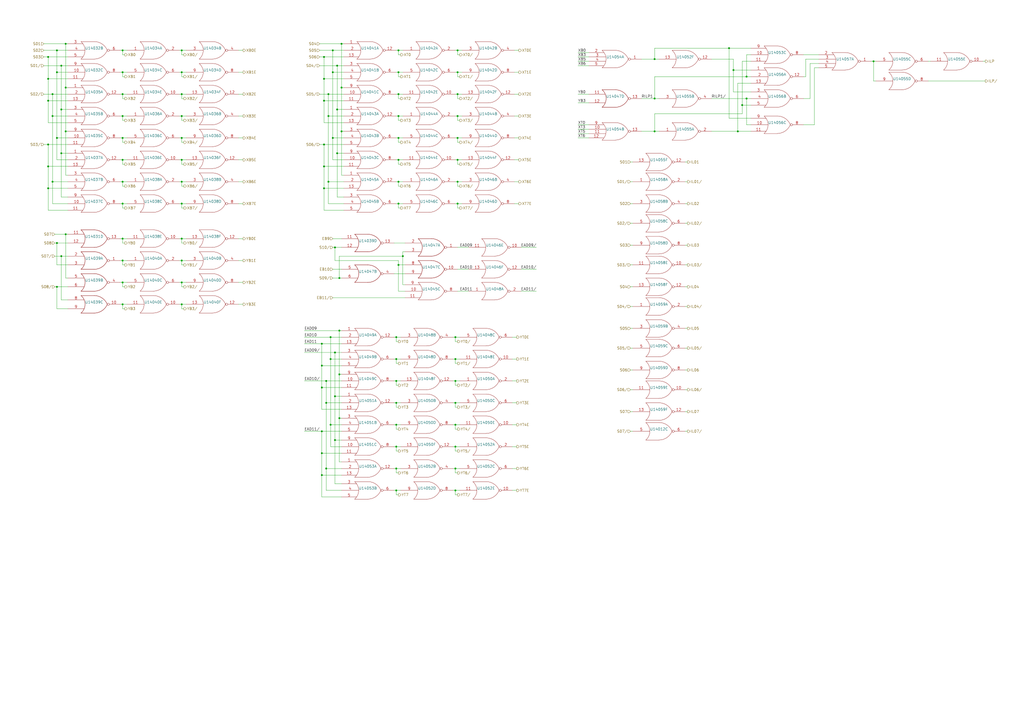
<source format=kicad_sch>
(kicad_sch (version 20211123) (generator eeschema)
  (paper "A2")
  (junction (at 229.87 195.58))
  (junction (at 229.87 246.38))
  (junction (at 33.02 41.91))
  (junction (at 105.41 151.13))
  (junction (at 33.02 29.21))
  (junction (at 27.94 83.82))
  (junction (at 264.16 284.48))
  (junction (at 191.77 195.58))
  (junction (at 71.12 41.91))
  (junction (at 195.58 63.5))
  (junction (at 187.96 45.72))
  (junction (at 27.94 109.22))
  (junction (at 231.14 118.11))
  (junction (at 189.23 233.68))
  (junction (at 264.16 220.98))
  (junction (at 264.16 246.38))
  (junction (at 27.94 96.52))
  (junction (at 229.87 271.78))
  (junction (at 38.1 135.89))
  (junction (at 186.69 262.89))
  (junction (at 265.43 41.91))
  (junction (at 71.12 29.21))
  (junction (at 193.04 41.91))
  (junction (at 105.41 118.11))
  (junction (at 265.43 54.61))
  (junction (at 189.23 271.78))
  (junction (at 187.96 58.42))
  (junction (at 33.02 140.97))
  (junction (at 231.14 41.91))
  (junction (at 191.77 208.28))
  (junction (at 231.14 105.41))
  (junction (at 105.41 92.71))
  (junction (at 71.12 163.83))
  (junction (at 379.73 76.2))
  (junction (at 190.5 54.61))
  (junction (at 422.91 27.94))
  (junction (at 30.48 105.41))
  (junction (at 425.45 40.64))
  (junction (at 231.14 67.31))
  (junction (at 71.12 118.11))
  (junction (at 265.43 92.71))
  (junction (at 193.04 29.21))
  (junction (at 433.07 44.45))
  (junction (at 264.16 195.58))
  (junction (at 190.5 105.41))
  (junction (at 71.12 176.53))
  (junction (at 229.87 233.68))
  (junction (at 71.12 80.01))
  (junction (at 105.41 67.31))
  (junction (at 379.73 57.15))
  (junction (at 229.87 220.98))
  (junction (at 196.85 217.17))
  (junction (at 105.41 105.41))
  (junction (at 105.41 138.43))
  (junction (at 105.41 163.83))
  (junction (at 105.41 54.61))
  (junction (at 30.48 54.61))
  (junction (at 198.12 25.4))
  (junction (at 194.31 204.47))
  (junction (at 38.1 50.8))
  (junction (at 105.41 41.91))
  (junction (at 35.56 63.5))
  (junction (at 71.12 138.43))
  (junction (at 265.43 67.31))
  (junction (at 231.14 54.61))
  (junction (at 264.16 208.28))
  (junction (at 430.53 60.96))
  (junction (at 265.43 118.11))
  (junction (at 265.43 80.01))
  (junction (at 71.12 54.61))
  (junction (at 33.02 80.01))
  (junction (at 105.41 29.21))
  (junction (at 71.12 105.41))
  (junction (at 71.12 151.13))
  (junction (at 38.1 25.4))
  (junction (at 105.41 80.01))
  (junction (at 187.96 109.22))
  (junction (at 35.56 38.1))
  (junction (at 186.69 212.09))
  (junction (at 229.87 259.08))
  (junction (at 33.02 166.37))
  (junction (at 194.31 255.27))
  (junction (at 264.16 271.78))
  (junction (at 195.58 38.1))
  (junction (at 233.68 148.59))
  (junction (at 187.96 96.52))
  (junction (at 71.12 92.71))
  (junction (at 198.12 76.2))
  (junction (at 229.87 208.28))
  (junction (at 27.94 58.42))
  (junction (at 193.04 80.01))
  (junction (at 27.94 33.02))
  (junction (at 264.16 233.68))
  (junction (at 190.5 67.31))
  (junction (at 186.69 275.59))
  (junction (at 433.07 57.15))
  (junction (at 186.69 250.19))
  (junction (at 30.48 67.31))
  (junction (at 71.12 67.31))
  (junction (at 379.73 34.29))
  (junction (at 38.1 76.2))
  (junction (at 231.14 153.67))
  (junction (at 427.99 76.2))
  (junction (at 194.31 229.87))
  (junction (at 196.85 161.29))
  (junction (at 506.73 35.56))
  (junction (at 231.14 29.21))
  (junction (at 265.43 105.41))
  (junction (at 194.31 143.51))
  (junction (at 196.85 242.57))
  (junction (at 35.56 88.9))
  (junction (at 231.14 80.01))
  (junction (at 186.69 224.79))
  (junction (at 186.69 199.39))
  (junction (at 195.58 88.9))
  (junction (at 187.96 83.82))
  (junction (at 229.87 284.48))
  (junction (at 27.94 45.72))
  (junction (at 265.43 29.21))
  (junction (at 198.12 50.8))
  (junction (at 187.96 33.02))
  (junction (at 191.77 246.38))
  (junction (at 105.41 176.53))
  (junction (at 264.16 259.08))
  (junction (at 231.14 92.71))
  (junction (at 189.23 220.98))
  (junction (at 35.56 148.59))
  (junction (at 196.85 191.77))
  (wire (pts (xy 231.14 118.11) (xy 233.68 118.11)))
  (wire (pts (xy 196.85 148.59) (xy 233.68 148.59)))
  (wire (pts (xy 302.26 168.91) (xy 311.15 168.91)))
  (wire (pts (xy 341.63 38.1) (xy 335.28 38.1)))
  (wire (pts (xy 367.03 142.24) (xy 365.76 142.24)))
  (wire (pts (xy 71.12 120.65) (xy 72.39 120.65)))
  (wire (pts (xy 31.75 166.37) (xy 33.02 166.37)))
  (wire (pts (xy 506.73 46.99) (xy 508 46.99)))
  (wire (pts (xy 264.16 220.98) (xy 266.7 220.98)))
  (wire (pts (xy 138.43 54.61) (xy 140.97 54.61)))
  (wire (pts (xy 264.16 248.92) (xy 265.43 248.92)))
  (wire (pts (xy 229.87 271.78) (xy 232.41 271.78)))
  (wire (pts (xy 228.6 284.48) (xy 229.87 284.48)))
  (wire (pts (xy 198.12 50.8) (xy 199.39 50.8)))
  (wire (pts (xy 33.02 92.71) (xy 39.37 92.71)))
  (wire (pts (xy 228.6 195.58) (xy 229.87 195.58)))
  (wire (pts (xy 341.63 54.61) (xy 335.28 54.61)))
  (wire (pts (xy 190.5 118.11) (xy 199.39 118.11)))
  (wire (pts (xy 187.96 33.02) (xy 199.39 33.02)))
  (wire (pts (xy 265.43 54.61) (xy 265.43 57.15)))
  (wire (pts (xy 297.18 259.08) (xy 299.72 259.08)))
  (wire (pts (xy 193.04 143.51) (xy 194.31 143.51)))
  (wire (pts (xy 229.87 118.11) (xy 231.14 118.11)))
  (wire (pts (xy 433.07 44.45) (xy 435.61 44.45)))
  (wire (pts (xy 193.04 41.91) (xy 199.39 41.91)))
  (wire (pts (xy 231.14 153.67) (xy 234.95 153.67)))
  (wire (pts (xy 71.12 163.83) (xy 73.66 163.83)))
  (wire (pts (xy 193.04 29.21) (xy 199.39 29.21)))
  (wire (pts (xy 71.12 31.75) (xy 72.39 31.75)))
  (wire (pts (xy 176.53 191.77) (xy 196.85 191.77)))
  (wire (pts (xy 104.14 92.71) (xy 105.41 92.71)))
  (wire (pts (xy 105.41 120.65) (xy 106.68 120.65)))
  (wire (pts (xy 194.31 204.47) (xy 194.31 229.87)))
  (wire (pts (xy 379.73 66.04) (xy 430.53 66.04)))
  (wire (pts (xy 194.31 229.87) (xy 198.12 229.87)))
  (wire (pts (xy 185.42 83.82) (xy 187.96 83.82)))
  (wire (pts (xy 35.56 88.9) (xy 39.37 88.9)))
  (wire (pts (xy 397.51 93.98) (xy 398.78 93.98)))
  (wire (pts (xy 69.85 176.53) (xy 71.12 176.53)))
  (wire (pts (xy 231.14 92.71) (xy 233.68 92.71)))
  (wire (pts (xy 138.43 67.31) (xy 140.97 67.31)))
  (wire (pts (xy 397.51 153.67) (xy 398.78 153.67)))
  (wire (pts (xy 231.14 41.91) (xy 231.14 44.45)))
  (wire (pts (xy 229.87 220.98) (xy 229.87 223.52)))
  (wire (pts (xy 265.43 120.65) (xy 266.7 120.65)))
  (wire (pts (xy 229.87 67.31) (xy 231.14 67.31)))
  (wire (pts (xy 397.51 238.76) (xy 398.78 238.76)))
  (wire (pts (xy 71.12 80.01) (xy 73.66 80.01)))
  (wire (pts (xy 229.87 284.48) (xy 229.87 287.02)))
  (wire (pts (xy 30.48 105.41) (xy 30.48 118.11)))
  (wire (pts (xy 271.78 143.51) (xy 265.43 143.51)))
  (wire (pts (xy 105.41 80.01) (xy 107.95 80.01)))
  (wire (pts (xy 341.63 59.69) (xy 335.28 59.69)))
  (wire (pts (xy 570.23 35.56) (xy 571.5 35.56)))
  (wire (pts (xy 538.48 35.56) (xy 539.75 35.56)))
  (wire (pts (xy 194.31 151.13) (xy 231.14 151.13)))
  (wire (pts (xy 297.18 208.28) (xy 299.72 208.28)))
  (wire (pts (xy 105.41 29.21) (xy 107.95 29.21)))
  (wire (pts (xy 186.69 275.59) (xy 186.69 288.29)))
  (wire (pts (xy 105.41 151.13) (xy 107.95 151.13)))
  (wire (pts (xy 27.94 83.82) (xy 39.37 83.82)))
  (wire (pts (xy 105.41 166.37) (xy 106.68 166.37)))
  (wire (pts (xy 367.03 214.63) (xy 365.76 214.63)))
  (wire (pts (xy 229.87 208.28) (xy 229.87 210.82)))
  (wire (pts (xy 298.45 67.31) (xy 300.99 67.31)))
  (wire (pts (xy 198.12 25.4) (xy 199.39 25.4)))
  (wire (pts (xy 264.16 67.31) (xy 265.43 67.31)))
  (wire (pts (xy 27.94 45.72) (xy 39.37 45.72)))
  (wire (pts (xy 231.14 95.25) (xy 232.41 95.25)))
  (wire (pts (xy 25.4 25.4) (xy 38.1 25.4)))
  (wire (pts (xy 433.07 57.15) (xy 435.61 57.15)))
  (wire (pts (xy 33.02 29.21) (xy 39.37 29.21)))
  (wire (pts (xy 264.16 246.38) (xy 264.16 248.92)))
  (wire (pts (xy 38.1 25.4) (xy 38.1 50.8)))
  (wire (pts (xy 231.14 29.21) (xy 231.14 31.75)))
  (wire (pts (xy 69.85 92.71) (xy 71.12 92.71)))
  (wire (pts (xy 27.94 109.22) (xy 27.94 121.92)))
  (wire (pts (xy 379.73 34.29) (xy 382.27 34.29)))
  (wire (pts (xy 104.14 67.31) (xy 105.41 67.31)))
  (wire (pts (xy 198.12 76.2) (xy 199.39 76.2)))
  (wire (pts (xy 27.94 96.52) (xy 27.94 109.22)))
  (wire (pts (xy 198.12 101.6) (xy 199.39 101.6)))
  (wire (pts (xy 38.1 50.8) (xy 39.37 50.8)))
  (wire (pts (xy 262.89 259.08) (xy 264.16 259.08)))
  (wire (pts (xy 187.96 109.22) (xy 187.96 121.92)))
  (wire (pts (xy 71.12 67.31) (xy 73.66 67.31)))
  (wire (pts (xy 186.69 199.39) (xy 186.69 212.09)))
  (wire (pts (xy 231.14 105.41) (xy 231.14 107.95)))
  (wire (pts (xy 228.6 259.08) (xy 229.87 259.08)))
  (wire (pts (xy 264.16 271.78) (xy 266.7 271.78)))
  (wire (pts (xy 187.96 83.82) (xy 187.96 96.52)))
  (wire (pts (xy 33.02 166.37) (xy 33.02 179.07)))
  (wire (pts (xy 69.85 151.13) (xy 71.12 151.13)))
  (wire (pts (xy 71.12 54.61) (xy 73.66 54.61)))
  (wire (pts (xy 265.43 57.15) (xy 266.7 57.15)))
  (wire (pts (xy 71.12 105.41) (xy 73.66 105.41)))
  (wire (pts (xy 71.12 138.43) (xy 71.12 140.97)))
  (wire (pts (xy 302.26 143.51) (xy 311.15 143.51)))
  (wire (pts (xy 229.87 284.48) (xy 232.41 284.48)))
  (wire (pts (xy 105.41 138.43) (xy 105.41 140.97)))
  (wire (pts (xy 194.31 229.87) (xy 194.31 255.27)))
  (wire (pts (xy 35.56 38.1) (xy 39.37 38.1)))
  (wire (pts (xy 367.03 226.06) (xy 365.76 226.06)))
  (wire (pts (xy 30.48 67.31) (xy 39.37 67.31)))
  (wire (pts (xy 194.31 143.51) (xy 198.12 143.51)))
  (wire (pts (xy 425.45 34.29) (xy 425.45 40.64)))
  (wire (pts (xy 397.51 142.24) (xy 398.78 142.24)))
  (wire (pts (xy 264.16 274.32) (xy 265.43 274.32)))
  (wire (pts (xy 187.96 45.72) (xy 187.96 58.42)))
  (wire (pts (xy 265.43 107.95) (xy 266.7 107.95)))
  (wire (pts (xy 38.1 101.6) (xy 39.37 101.6)))
  (wire (pts (xy 105.41 41.91) (xy 105.41 44.45)))
  (wire (pts (xy 71.12 163.83) (xy 71.12 166.37)))
  (wire (pts (xy 265.43 118.11) (xy 265.43 120.65)))
  (wire (pts (xy 71.12 153.67) (xy 72.39 153.67)))
  (wire (pts (xy 196.85 242.57) (xy 196.85 267.97)))
  (wire (pts (xy 33.02 166.37) (xy 39.37 166.37)))
  (wire (pts (xy 397.51 177.8) (xy 398.78 177.8)))
  (wire (pts (xy 35.56 114.3) (xy 39.37 114.3)))
  (wire (pts (xy 264.16 223.52) (xy 265.43 223.52)))
  (wire (pts (xy 138.43 138.43) (xy 140.97 138.43)))
  (wire (pts (xy 194.31 204.47) (xy 198.12 204.47)))
  (wire (pts (xy 186.69 224.79) (xy 186.69 237.49)))
  (wire (pts (xy 27.94 121.92) (xy 39.37 121.92)))
  (wire (pts (xy 27.94 58.42) (xy 27.94 71.12)))
  (wire (pts (xy 105.41 140.97) (xy 106.68 140.97)))
  (wire (pts (xy 228.6 158.75) (xy 234.95 158.75)))
  (wire (pts (xy 104.14 105.41) (xy 105.41 105.41)))
  (wire (pts (xy 379.73 76.2) (xy 379.73 66.04)))
  (wire (pts (xy 265.43 31.75) (xy 266.7 31.75)))
  (wire (pts (xy 231.14 120.65) (xy 232.41 120.65)))
  (wire (pts (xy 198.12 25.4) (xy 198.12 50.8)))
  (wire (pts (xy 25.4 33.02) (xy 27.94 33.02)))
  (wire (pts (xy 35.56 148.59) (xy 39.37 148.59)))
  (wire (pts (xy 297.18 246.38) (xy 299.72 246.38)))
  (wire (pts (xy 191.77 195.58) (xy 191.77 208.28)))
  (wire (pts (xy 228.6 140.97) (xy 234.95 140.97)))
  (wire (pts (xy 195.58 88.9) (xy 195.58 114.3)))
  (wire (pts (xy 105.41 107.95) (xy 106.68 107.95)))
  (wire (pts (xy 71.12 151.13) (xy 73.66 151.13)))
  (wire (pts (xy 69.85 29.21) (xy 71.12 29.21)))
  (wire (pts (xy 264.16 284.48) (xy 266.7 284.48)))
  (wire (pts (xy 71.12 118.11) (xy 73.66 118.11)))
  (wire (pts (xy 193.04 92.71) (xy 199.39 92.71)))
  (wire (pts (xy 229.87 208.28) (xy 232.41 208.28)))
  (wire (pts (xy 71.12 118.11) (xy 71.12 120.65)))
  (wire (pts (xy 35.56 63.5) (xy 35.56 88.9)))
  (wire (pts (xy 186.69 275.59) (xy 198.12 275.59)))
  (wire (pts (xy 262.89 220.98) (xy 264.16 220.98)))
  (wire (pts (xy 231.14 118.11) (xy 231.14 120.65)))
  (wire (pts (xy 193.04 29.21) (xy 193.04 41.91)))
  (wire (pts (xy 35.56 88.9) (xy 35.56 114.3)))
  (wire (pts (xy 185.42 25.4) (xy 198.12 25.4)))
  (wire (pts (xy 71.12 92.71) (xy 73.66 92.71)))
  (wire (pts (xy 69.85 163.83) (xy 71.12 163.83)))
  (wire (pts (xy 69.85 41.91) (xy 71.12 41.91)))
  (wire (pts (xy 186.69 237.49) (xy 198.12 237.49)))
  (wire (pts (xy 27.94 71.12) (xy 39.37 71.12)))
  (wire (pts (xy 264.16 41.91) (xy 265.43 41.91)))
  (wire (pts (xy 191.77 246.38) (xy 198.12 246.38)))
  (wire (pts (xy 433.07 72.39) (xy 435.61 72.39)))
  (wire (pts (xy 298.45 80.01) (xy 300.99 80.01)))
  (wire (pts (xy 435.61 60.96) (xy 430.53 60.96)))
  (wire (pts (xy 367.03 118.11) (xy 365.76 118.11)))
  (wire (pts (xy 25.4 83.82) (xy 27.94 83.82)))
  (wire (pts (xy 341.63 77.47) (xy 335.28 77.47)))
  (wire (pts (xy 379.73 76.2) (xy 382.27 76.2)))
  (wire (pts (xy 430.53 60.96) (xy 430.53 35.56)))
  (wire (pts (xy 138.43 118.11) (xy 140.97 118.11)))
  (wire (pts (xy 31.75 148.59) (xy 35.56 148.59)))
  (wire (pts (xy 228.6 271.78) (xy 229.87 271.78)))
  (wire (pts (xy 264.16 261.62) (xy 265.43 261.62)))
  (wire (pts (xy 190.5 54.61) (xy 199.39 54.61)))
  (wire (pts (xy 265.43 41.91) (xy 265.43 44.45)))
  (wire (pts (xy 35.56 38.1) (xy 35.56 63.5)))
  (wire (pts (xy 506.73 35.56) (xy 506.73 46.99)))
  (wire (pts (xy 38.1 161.29) (xy 39.37 161.29)))
  (wire (pts (xy 264.16 105.41) (xy 265.43 105.41)))
  (wire (pts (xy 30.48 105.41) (xy 39.37 105.41)))
  (wire (pts (xy 341.63 74.93) (xy 335.28 74.93)))
  (wire (pts (xy 195.58 63.5) (xy 195.58 88.9)))
  (wire (pts (xy 105.41 179.07) (xy 106.68 179.07)))
  (wire (pts (xy 469.9 36.83) (xy 474.98 36.83)))
  (wire (pts (xy 379.73 34.29) (xy 379.73 27.94)))
  (wire (pts (xy 265.43 54.61) (xy 267.97 54.61)))
  (wire (pts (xy 264.16 80.01) (xy 265.43 80.01)))
  (wire (pts (xy 264.16 208.28) (xy 264.16 210.82)))
  (wire (pts (xy 176.53 195.58) (xy 191.77 195.58)))
  (wire (pts (xy 189.23 220.98) (xy 198.12 220.98)))
  (wire (pts (xy 262.89 233.68) (xy 264.16 233.68)))
  (wire (pts (xy 412.75 57.15) (xy 433.07 57.15)))
  (wire (pts (xy 231.14 57.15) (xy 232.41 57.15)))
  (wire (pts (xy 191.77 259.08) (xy 198.12 259.08)))
  (wire (pts (xy 367.03 250.19) (xy 365.76 250.19)))
  (wire (pts (xy 191.77 208.28) (xy 198.12 208.28)))
  (wire (pts (xy 264.16 118.11) (xy 265.43 118.11)))
  (wire (pts (xy 297.18 233.68) (xy 299.72 233.68)))
  (wire (pts (xy 367.03 166.37) (xy 365.76 166.37)))
  (wire (pts (xy 196.85 161.29) (xy 198.12 161.29)))
  (wire (pts (xy 231.14 29.21) (xy 233.68 29.21)))
  (wire (pts (xy 298.45 118.11) (xy 300.99 118.11)))
  (wire (pts (xy 187.96 33.02) (xy 187.96 45.72)))
  (wire (pts (xy 194.31 143.51) (xy 194.31 151.13)))
  (wire (pts (xy 138.43 163.83) (xy 140.97 163.83)))
  (wire (pts (xy 71.12 107.95) (xy 72.39 107.95)))
  (wire (pts (xy 196.85 217.17) (xy 196.85 242.57)))
  (wire (pts (xy 38.1 76.2) (xy 39.37 76.2)))
  (wire (pts (xy 412.75 76.2) (xy 427.99 76.2)))
  (wire (pts (xy 433.07 31.75) (xy 433.07 44.45)))
  (wire (pts (xy 195.58 88.9) (xy 199.39 88.9)))
  (wire (pts (xy 190.5 67.31) (xy 199.39 67.31)))
  (wire (pts (xy 30.48 67.31) (xy 30.48 105.41)))
  (wire (pts (xy 30.48 118.11) (xy 39.37 118.11)))
  (wire (pts (xy 367.03 93.98) (xy 365.76 93.98)))
  (wire (pts (xy 193.04 80.01) (xy 193.04 92.71)))
  (wire (pts (xy 297.18 271.78) (xy 299.72 271.78)))
  (wire (pts (xy 265.43 105.41) (xy 265.43 107.95)))
  (wire (pts (xy 187.96 71.12) (xy 199.39 71.12)))
  (wire (pts (xy 233.68 148.59) (xy 233.68 165.1)))
  (wire (pts (xy 229.87 233.68) (xy 232.41 233.68)))
  (wire (pts (xy 229.87 198.12) (xy 231.14 198.12)))
  (wire (pts (xy 186.69 250.19) (xy 198.12 250.19)))
  (wire (pts (xy 231.14 82.55) (xy 232.41 82.55)))
  (wire (pts (xy 187.96 96.52) (xy 199.39 96.52)))
  (wire (pts (xy 35.56 63.5) (xy 39.37 63.5)))
  (wire (pts (xy 71.12 29.21) (xy 73.66 29.21)))
  (wire (pts (xy 427.99 76.2) (xy 435.61 76.2)))
  (wire (pts (xy 265.43 95.25) (xy 266.7 95.25)))
  (wire (pts (xy 372.11 34.29) (xy 379.73 34.29)))
  (wire (pts (xy 71.12 140.97) (xy 72.39 140.97)))
  (wire (pts (xy 194.31 255.27) (xy 198.12 255.27)))
  (wire (pts (xy 187.96 58.42) (xy 187.96 71.12)))
  (wire (pts (xy 189.23 233.68) (xy 198.12 233.68)))
  (wire (pts (xy 186.69 262.89) (xy 186.69 275.59)))
  (wire (pts (xy 229.87 246.38) (xy 232.41 246.38)))
  (wire (pts (xy 71.12 69.85) (xy 72.39 69.85)))
  (wire (pts (xy 229.87 274.32) (xy 231.14 274.32)))
  (wire (pts (xy 194.31 280.67) (xy 198.12 280.67)))
  (wire (pts (xy 69.85 80.01) (xy 71.12 80.01)))
  (wire (pts (xy 425.45 53.34) (xy 435.61 53.34)))
  (wire (pts (xy 397.51 190.5) (xy 398.78 190.5)))
  (wire (pts (xy 425.45 40.64) (xy 435.61 40.64)))
  (wire (pts (xy 69.85 67.31) (xy 71.12 67.31)))
  (wire (pts (xy 196.85 161.29) (xy 196.85 148.59)))
  (wire (pts (xy 33.02 140.97) (xy 39.37 140.97)))
  (wire (pts (xy 233.68 165.1) (xy 234.95 165.1)))
  (wire (pts (xy 341.63 30.48) (xy 335.28 30.48)))
  (wire (pts (xy 228.6 233.68) (xy 229.87 233.68)))
  (wire (pts (xy 105.41 153.67) (xy 106.68 153.67)))
  (wire (pts (xy 341.63 35.56) (xy 335.28 35.56)))
  (wire (pts (xy 198.12 50.8) (xy 198.12 76.2)))
  (wire (pts (xy 229.87 248.92) (xy 231.14 248.92)))
  (wire (pts (xy 264.16 208.28) (xy 266.7 208.28)))
  (wire (pts (xy 231.14 105.41) (xy 233.68 105.41)))
  (wire (pts (xy 264.16 198.12) (xy 265.43 198.12)))
  (wire (pts (xy 231.14 44.45) (xy 232.41 44.45)))
  (wire (pts (xy 430.53 66.04) (xy 430.53 60.96)))
  (wire (pts (xy 71.12 95.25) (xy 72.39 95.25)))
  (wire (pts (xy 105.41 44.45) (xy 106.68 44.45)))
  (wire (pts (xy 298.45 29.21) (xy 300.99 29.21)))
  (wire (pts (xy 105.41 118.11) (xy 105.41 120.65)))
  (wire (pts (xy 33.02 179.07) (xy 39.37 179.07)))
  (wire (pts (xy 196.85 217.17) (xy 198.12 217.17)))
  (wire (pts (xy 104.14 41.91) (xy 105.41 41.91)))
  (wire (pts (xy 105.41 57.15) (xy 106.68 57.15)))
  (wire (pts (xy 264.16 259.08) (xy 266.7 259.08)))
  (wire (pts (xy 231.14 31.75) (xy 232.41 31.75)))
  (wire (pts (xy 69.85 105.41) (xy 71.12 105.41)))
  (wire (pts (xy 231.14 67.31) (xy 233.68 67.31)))
  (wire (pts (xy 265.43 80.01) (xy 267.97 80.01)))
  (wire (pts (xy 30.48 54.61) (xy 39.37 54.61)))
  (wire (pts (xy 231.14 41.91) (xy 233.68 41.91)))
  (wire (pts (xy 71.12 29.21) (xy 71.12 31.75)))
  (wire (pts (xy 195.58 63.5) (xy 199.39 63.5)))
  (wire (pts (xy 379.73 57.15) (xy 379.73 44.45)))
  (wire (pts (xy 265.43 41.91) (xy 267.97 41.91)))
  (wire (pts (xy 104.14 54.61) (xy 105.41 54.61)))
  (wire (pts (xy 265.43 67.31) (xy 265.43 69.85)))
  (wire (pts (xy 105.41 138.43) (xy 107.95 138.43)))
  (wire (pts (xy 185.42 29.21) (xy 193.04 29.21)))
  (wire (pts (xy 265.43 44.45) (xy 266.7 44.45)))
  (wire (pts (xy 231.14 107.95) (xy 232.41 107.95)))
  (wire (pts (xy 265.43 29.21) (xy 267.97 29.21)))
  (wire (pts (xy 298.45 41.91) (xy 300.99 41.91)))
  (wire (pts (xy 105.41 118.11) (xy 107.95 118.11)))
  (wire (pts (xy 105.41 151.13) (xy 105.41 153.67)))
  (wire (pts (xy 185.42 33.02) (xy 187.96 33.02)))
  (wire (pts (xy 105.41 92.71) (xy 107.95 92.71)))
  (wire (pts (xy 228.6 208.28) (xy 229.87 208.28)))
  (wire (pts (xy 264.16 271.78) (xy 264.16 274.32)))
  (wire (pts (xy 193.04 156.21) (xy 198.12 156.21)))
  (wire (pts (xy 38.1 25.4) (xy 39.37 25.4)))
  (wire (pts (xy 469.9 57.15) (xy 469.9 36.83)))
  (wire (pts (xy 265.43 29.21) (xy 265.43 31.75)))
  (wire (pts (xy 229.87 41.91) (xy 231.14 41.91)))
  (wire (pts (xy 231.14 153.67) (xy 231.14 168.91)))
  (wire (pts (xy 433.07 57.15) (xy 433.07 72.39)))
  (wire (pts (xy 71.12 41.91) (xy 71.12 44.45)))
  (wire (pts (xy 187.96 83.82) (xy 199.39 83.82)))
  (wire (pts (xy 397.51 214.63) (xy 398.78 214.63)))
  (wire (pts (xy 467.36 44.45) (xy 467.36 34.29)))
  (wire (pts (xy 189.23 284.48) (xy 198.12 284.48)))
  (wire (pts (xy 27.94 58.42) (xy 39.37 58.42)))
  (wire (pts (xy 231.14 67.31) (xy 231.14 69.85)))
  (wire (pts (xy 265.43 69.85) (xy 266.7 69.85)))
  (wire (pts (xy 229.87 261.62) (xy 231.14 261.62)))
  (wire (pts (xy 190.5 54.61) (xy 190.5 67.31)))
  (wire (pts (xy 425.45 40.64) (xy 425.45 53.34)))
  (wire (pts (xy 422.91 68.58) (xy 435.61 68.58)))
  (wire (pts (xy 264.16 246.38) (xy 266.7 246.38)))
  (wire (pts (xy 264.16 287.02) (xy 265.43 287.02)))
  (wire (pts (xy 422.91 27.94) (xy 435.61 27.94)))
  (wire (pts (xy 104.14 29.21) (xy 105.41 29.21)))
  (wire (pts (xy 229.87 233.68) (xy 229.87 236.22)))
  (wire (pts (xy 138.43 29.21) (xy 140.97 29.21)))
  (wire (pts (xy 367.03 153.67) (xy 365.76 153.67)))
  (wire (pts (xy 71.12 92.71) (xy 71.12 95.25)))
  (wire (pts (xy 379.73 44.45) (xy 433.07 44.45)))
  (wire (pts (xy 190.5 105.41) (xy 190.5 118.11)))
  (wire (pts (xy 506.73 35.56) (xy 508 35.56)))
  (wire (pts (xy 397.51 226.06) (xy 398.78 226.06)))
  (wire (pts (xy 71.12 44.45) (xy 72.39 44.45)))
  (wire (pts (xy 264.16 233.68) (xy 264.16 236.22)))
  (wire (pts (xy 71.12 179.07) (xy 72.39 179.07)))
  (wire (pts (xy 264.16 29.21) (xy 265.43 29.21)))
  (wire (pts (xy 231.14 92.71) (xy 231.14 95.25)))
  (wire (pts (xy 104.14 118.11) (xy 105.41 118.11)))
  (wire (pts (xy 196.85 267.97) (xy 198.12 267.97)))
  (wire (pts (xy 196.85 191.77) (xy 196.85 217.17)))
  (wire (pts (xy 193.04 161.29) (xy 196.85 161.29)))
  (wire (pts (xy 33.02 80.01) (xy 33.02 92.71)))
  (wire (pts (xy 191.77 246.38) (xy 191.77 259.08)))
  (wire (pts (xy 422.91 27.94) (xy 422.91 68.58)))
  (wire (pts (xy 138.43 92.71) (xy 140.97 92.71)))
  (wire (pts (xy 229.87 210.82) (xy 231.14 210.82)))
  (wire (pts (xy 231.14 54.61) (xy 231.14 57.15)))
  (wire (pts (xy 104.14 80.01) (xy 105.41 80.01)))
  (wire (pts (xy 105.41 176.53) (xy 107.95 176.53)))
  (wire (pts (xy 25.4 54.61) (xy 30.48 54.61)))
  (wire (pts (xy 194.31 255.27) (xy 194.31 280.67)))
  (wire (pts (xy 33.02 41.91) (xy 33.02 80.01)))
  (wire (pts (xy 298.45 54.61) (xy 300.99 54.61)))
  (wire (pts (xy 186.69 212.09) (xy 186.69 224.79)))
  (wire (pts (xy 196.85 242.57) (xy 198.12 242.57)))
  (wire (pts (xy 231.14 54.61) (xy 233.68 54.61)))
  (wire (pts (xy 71.12 57.15) (xy 72.39 57.15)))
  (wire (pts (xy 367.03 129.54) (xy 365.76 129.54)))
  (wire (pts (xy 229.87 236.22) (xy 231.14 236.22)))
  (wire (pts (xy 71.12 82.55) (xy 72.39 82.55)))
  (wire (pts (xy 271.78 156.21) (xy 265.43 156.21)))
  (wire (pts (xy 105.41 92.71) (xy 105.41 95.25)))
  (wire (pts (xy 430.53 35.56) (xy 435.61 35.56)))
  (wire (pts (xy 264.16 236.22) (xy 265.43 236.22)))
  (wire (pts (xy 341.63 33.02) (xy 335.28 33.02)))
  (wire (pts (xy 265.43 92.71) (xy 265.43 95.25)))
  (wire (pts (xy 27.94 33.02) (xy 27.94 45.72)))
  (wire (pts (xy 262.89 284.48) (xy 264.16 284.48)))
  (wire (pts (xy 472.44 39.37) (xy 474.98 39.37)))
  (wire (pts (xy 229.87 80.01) (xy 231.14 80.01)))
  (wire (pts (xy 33.02 153.67) (xy 39.37 153.67)))
  (wire (pts (xy 379.73 57.15) (xy 382.27 57.15)))
  (wire (pts (xy 233.68 146.05) (xy 234.95 146.05)))
  (wire (pts (xy 105.41 67.31) (xy 105.41 69.85)))
  (wire (pts (xy 264.16 195.58) (xy 266.7 195.58)))
  (wire (pts (xy 298.45 92.71) (xy 300.99 92.71)))
  (wire (pts (xy 138.43 151.13) (xy 140.97 151.13)))
  (wire (pts (xy 31.75 140.97) (xy 33.02 140.97)))
  (wire (pts (xy 38.1 76.2) (xy 38.1 101.6)))
  (wire (pts (xy 185.42 38.1) (xy 195.58 38.1)))
  (wire (pts (xy 397.51 166.37) (xy 398.78 166.37)))
  (wire (pts (xy 397.51 118.11) (xy 398.78 118.11)))
  (wire (pts (xy 71.12 80.01) (xy 71.12 82.55)))
  (wire (pts (xy 71.12 166.37) (xy 72.39 166.37)))
  (wire (pts (xy 229.87 92.71) (xy 231.14 92.71)))
  (wire (pts (xy 33.02 80.01) (xy 39.37 80.01)))
  (wire (pts (xy 105.41 31.75) (xy 106.68 31.75)))
  (wire (pts (xy 466.09 31.75) (xy 474.98 31.75)))
  (wire (pts (xy 105.41 69.85) (xy 106.68 69.85)))
  (wire (pts (xy 69.85 54.61) (xy 71.12 54.61)))
  (wire (pts (xy 191.77 195.58) (xy 198.12 195.58)))
  (wire (pts (xy 187.96 45.72) (xy 199.39 45.72)))
  (wire (pts (xy 264.16 259.08) (xy 264.16 261.62)))
  (wire (pts (xy 297.18 220.98) (xy 299.72 220.98)))
  (wire (pts (xy 138.43 105.41) (xy 140.97 105.41)))
  (wire (pts (xy 264.16 92.71) (xy 265.43 92.71)))
  (wire (pts (xy 231.14 69.85) (xy 232.41 69.85)))
  (wire (pts (xy 105.41 80.01) (xy 105.41 82.55)))
  (wire (pts (xy 265.43 92.71) (xy 267.97 92.71)))
  (wire (pts (xy 33.02 41.91) (xy 39.37 41.91)))
  (wire (pts (xy 466.09 44.45) (xy 467.36 44.45)))
  (wire (pts (xy 105.41 54.61) (xy 105.41 57.15)))
  (wire (pts (xy 367.03 190.5) (xy 365.76 190.5)))
  (wire (pts (xy 397.51 250.19) (xy 398.78 250.19)))
  (wire (pts (xy 397.51 129.54) (xy 398.78 129.54)))
  (wire (pts (xy 412.75 34.29) (xy 425.45 34.29)))
  (wire (pts (xy 193.04 138.43) (xy 198.12 138.43)))
  (wire (pts (xy 25.4 29.21) (xy 33.02 29.21)))
  (wire (pts (xy 69.85 118.11) (xy 71.12 118.11)))
  (wire (pts (xy 265.43 82.55) (xy 266.7 82.55)))
  (wire (pts (xy 105.41 54.61) (xy 107.95 54.61)))
  (wire (pts (xy 231.14 168.91) (xy 234.95 168.91)))
  (wire (pts (xy 264.16 195.58) (xy 264.16 198.12)))
  (wire (pts (xy 367.03 177.8) (xy 365.76 177.8)))
  (wire (pts (xy 71.12 176.53) (xy 71.12 179.07)))
  (wire (pts (xy 105.41 163.83) (xy 107.95 163.83)))
  (wire (pts (xy 466.09 57.15) (xy 469.9 57.15)))
  (wire (pts (xy 71.12 176.53) (xy 73.66 176.53)))
  (wire (pts (xy 105.41 176.53) (xy 105.41 179.07)))
  (wire (pts (xy 176.53 204.47) (xy 194.31 204.47)))
  (wire (pts (xy 433.07 31.75) (xy 435.61 31.75)))
  (wire (pts (xy 186.69 224.79) (xy 198.12 224.79)))
  (wire (pts (xy 104.14 138.43) (xy 105.41 138.43)))
  (wire (pts (xy 466.09 72.39) (xy 472.44 72.39)))
  (wire (pts (xy 367.03 105.41) (xy 365.76 105.41)))
  (wire (pts (xy 105.41 82.55) (xy 106.68 82.55)))
  (wire (pts (xy 229.87 29.21) (xy 231.14 29.21)))
  (wire (pts (xy 27.94 45.72) (xy 27.94 58.42)))
  (wire (pts (xy 138.43 176.53) (xy 140.97 176.53)))
  (wire (pts (xy 264.16 233.68) (xy 266.7 233.68)))
  (wire (pts (xy 25.4 38.1) (xy 35.56 38.1)))
  (wire (pts (xy 229.87 259.08) (xy 232.41 259.08)))
  (wire (pts (xy 71.12 151.13) (xy 71.12 153.67)))
  (wire (pts (xy 105.41 163.83) (xy 105.41 166.37)))
  (wire (pts (xy 195.58 114.3) (xy 199.39 114.3)))
  (wire (pts (xy 262.89 208.28) (xy 264.16 208.28)))
  (wire (pts (xy 185.42 54.61) (xy 190.5 54.61)))
  (wire (pts (xy 379.73 27.94) (xy 422.91 27.94)))
  (wire (pts (xy 30.48 54.61) (xy 30.48 67.31)))
  (wire (pts (xy 397.51 201.93) (xy 398.78 201.93)))
  (wire (pts (xy 189.23 271.78) (xy 198.12 271.78)))
  (wire (pts (xy 189.23 233.68) (xy 189.23 271.78)))
  (wire (pts (xy 189.23 220.98) (xy 189.23 233.68)))
  (wire (pts (xy 33.02 140.97) (xy 33.02 153.67)))
  (wire (pts (xy 138.43 80.01) (xy 140.97 80.01)))
  (wire (pts (xy 105.41 67.31) (xy 107.95 67.31)))
  (wire (pts (xy 271.78 168.91) (xy 265.43 168.91)))
  (wire (pts (xy 176.53 250.19) (xy 186.69 250.19)))
  (wire (pts (xy 187.96 58.42) (xy 199.39 58.42)))
  (wire (pts (xy 229.87 220.98) (xy 232.41 220.98)))
  (wire (pts (xy 302.26 156.21) (xy 311.15 156.21)))
  (wire (pts (xy 229.87 246.38) (xy 229.87 248.92)))
  (wire (pts (xy 195.58 38.1) (xy 195.58 63.5)))
  (wire (pts (xy 297.18 195.58) (xy 299.72 195.58)))
  (wire (pts (xy 233.68 146.05) (xy 233.68 148.59)))
  (wire (pts (xy 186.69 199.39) (xy 198.12 199.39)))
  (wire (pts (xy 105.41 41.91) (xy 107.95 41.91)))
  (wire (pts (xy 35.56 173.99) (xy 39.37 173.99)))
  (wire (pts (xy 467.36 34.29) (xy 474.98 34.29)))
  (wire (pts (xy 196.85 191.77) (xy 198.12 191.77)))
  (wire (pts (xy 27.94 96.52) (xy 39.37 96.52)))
  (wire (pts (xy 372.11 76.2) (xy 379.73 76.2)))
  (wire (pts (xy 229.87 259.08) (xy 229.87 261.62)))
  (wire (pts (xy 186.69 250.19) (xy 186.69 262.89)))
  (wire (pts (xy 505.46 35.56) (xy 506.73 35.56)))
  (wire (pts (xy 191.77 208.28) (xy 191.77 246.38)))
  (wire (pts (xy 472.44 72.39) (xy 472.44 39.37)))
  (wire (pts (xy 27.94 83.82) (xy 27.94 96.52)))
  (wire (pts (xy 105.41 105.41) (xy 107.95 105.41)))
  (wire (pts (xy 229.87 195.58) (xy 232.41 195.58)))
  (wire (pts (xy 187.96 109.22) (xy 199.39 109.22)))
  (wire (pts (xy 105.41 95.25) (xy 106.68 95.25)))
  (wire (pts (xy 38.1 135.89) (xy 39.37 135.89)))
  (wire (pts (xy 31.75 135.89) (xy 38.1 135.89)))
  (wire (pts (xy 265.43 118.11) (xy 267.97 118.11)))
  (wire (pts (xy 187.96 121.92) (xy 199.39 121.92)))
  (wire (pts (xy 264.16 284.48) (xy 264.16 287.02)))
  (wire (pts (xy 341.63 72.39) (xy 335.28 72.39)))
  (wire (pts (xy 71.12 41.91) (xy 73.66 41.91)))
  (wire (pts (xy 229.87 105.41) (xy 231.14 105.41)))
  (wire (pts (xy 105.41 105.41) (xy 105.41 107.95)))
  (wire (pts (xy 71.12 54.61) (xy 71.12 57.15)))
  (wire (pts (xy 264.16 210.82) (xy 265.43 210.82)))
  (wire (pts (xy 341.63 80.01) (xy 335.28 80.01)))
  (wire (pts (xy 372.11 57.15) (xy 379.73 57.15)))
  (wire (pts (xy 198.12 76.2) (xy 198.12 101.6)))
  (wire (pts (xy 538.48 46.99) (xy 571.5 46.99)))
  (wire (pts (xy 231.14 80.01) (xy 231.14 82.55)))
  (wire (pts (xy 229.87 271.78) (xy 229.87 274.32)))
  (wire (pts (xy 297.18 284.48) (xy 299.72 284.48)))
  (wire (pts (xy 262.89 195.58) (xy 264.16 195.58)))
  (wire (pts (xy 104.14 176.53) (xy 105.41 176.53)))
  (wire (pts (xy 228.6 246.38) (xy 229.87 246.38)))
  (wire (pts (xy 35.56 148.59) (xy 35.56 173.99)))
  (wire (pts (xy 234.95 172.72) (xy 193.04 172.72)))
  (wire (pts (xy 187.96 96.52) (xy 187.96 109.22)))
  (wire (pts (xy 265.43 105.41) (xy 267.97 105.41)))
  (wire (pts (xy 104.14 151.13) (xy 105.41 151.13)))
  (wire (pts (xy 38.1 50.8) (xy 38.1 76.2)))
  (wire (pts (xy 186.69 262.89) (xy 198.12 262.89)))
  (wire (pts (xy 38.1 135.89) (xy 38.1 161.29)))
  (wire (pts (xy 104.14 163.83) (xy 105.41 163.83)))
  (wire (pts (xy 229.87 223.52) (xy 231.14 223.52)))
  (wire (pts (xy 27.94 109.22) (xy 39.37 109.22)))
  (wire (pts (xy 186.69 288.29) (xy 198.12 288.29)))
  (wire (pts (xy 105.41 29.21) (xy 105.41 31.75)))
  (wire (pts (xy 138.43 41.91) (xy 140.97 41.91)))
  (wire (pts (xy 195.58 38.1) (xy 199.39 38.1)))
  (wire (pts (xy 69.85 138.43) (xy 71.12 138.43)))
  (wire (pts (xy 193.04 80.01) (xy 199.39 80.01)))
  (wire (pts (xy 262.89 271.78) (xy 264.16 271.78)))
  (wire (pts (xy 33.02 29.21) (xy 33.02 41.91)))
  (wire (pts (xy 435.61 48.26) (xy 427.99 48.26)))
  (wire (pts (xy 229.87 287.02) (xy 231.14 287.02)))
  (wire (pts (xy 367.03 238.76) (xy 365.76 238.76)))
  (wire (pts (xy 367.03 201.93) (xy 365.76 201.93)))
  (wire (pts (xy 186.69 212.09) (xy 198.12 212.09)))
  (wire (pts (xy 229.87 195.58) (xy 229.87 198.12)))
  (wire (pts (xy 265.43 67.31) (xy 267.97 67.31)))
  (wire (pts (xy 262.89 246.38) (xy 264.16 246.38)))
  (wire (pts (xy 427.99 48.26) (xy 427.99 76.2)))
  (wire (pts (xy 190.5 105.41) (xy 199.39 105.41)))
  (wire (pts (xy 265.43 80.01) (xy 265.43 82.55)))
  (wire (pts (xy 264.16 220.98) (xy 264.16 223.52)))
  (wire (pts (xy 176.53 199.39) (xy 186.69 199.39)))
  (wire (pts (xy 176.53 220.98) (xy 189.23 220.98)))
  (wire (pts (xy 229.87 54.61) (xy 231.14 54.61)))
  (wire (pts (xy 71.12 67.31) (xy 71.12 69.85)))
  (wire (pts (xy 264.16 54.61) (xy 265.43 54.61)))
  (wire (pts (xy 231.14 80.01) (xy 233.68 80.01)))
  (wire (pts (xy 71.12 138.43) (xy 73.66 138.43)))
  (wire (pts (xy 190.5 67.31) (xy 190.5 105.41)))
  (wire (pts (xy 27.94 33.02) (xy 39.37 33.02)))
  (wire (pts (xy 189.23 271.78) (xy 189.23 284.48)))
  (wire (pts (xy 231.14 151.13) (xy 231.14 153.67)))
  (wire (pts (xy 193.04 41.91) (xy 193.04 80.01)))
  (wire (pts (xy 298.45 105.41) (xy 300.99 105.41)))
  (wire (pts (xy 397.51 105.41) (xy 398.78 105.41)))
  (wire (pts (xy 71.12 105.41) (xy 71.12 107.95)))
  (wire (pts (xy 228.6 220.98) (xy 229.87 220.98)))
  (label "XT3" (at 335.28 74.93 0) (effects (font (size 1.524 1.524))))
  (label "XT0" (at 335.28 72.39 0) (effects (font (size 1.524 1.524))))
  (label "EAD10/" (at 311.15 156.21 180) (effects (font (size 1.524 1.524))))
  (label "EAD09" (at 176.53 191.77 0) (effects (font (size 1.524 1.524))))
  (label "XB6" (at 335.28 38.1 0) (effects (font (size 1.524 1.524))))
  (label "XB3" (at 335.28 33.02 0) (effects (font (size 1.524 1.524))))
  (label "EAD11" (at 266.7 168.91 0) (effects (font (size 1.524 1.524))))
  (label "EAD09/" (at 311.15 143.51 180) (effects (font (size 1.524 1.524))))
  (label "RILP1" (at 372.11 57.15 0) (effects (font (size 1.524 1.524))))
  (label "EAD09" (at 266.7 143.51 0) (effects (font (size 1.524 1.524))))
  (label "EAD10/" (at 176.53 220.98 0) (effects (font (size 1.524 1.524))))
  (label "EAD11/" (at 176.53 250.19 0) (effects (font (size 1.524 1.524))))
  (label "RILP1/" (at 412.75 57.15 0) (effects (font (size 1.524 1.524))))
  (label "XB5" (at 335.28 35.56 0) (effects (font (size 1.524 1.524))))
  (label "XT5" (at 335.28 77.47 0) (effects (font (size 1.524 1.524))))
  (label "EAD10" (at 176.53 195.58 0) (effects (font (size 1.524 1.524))))
  (label "XT6" (at 335.28 80.01 0) (effects (font (size 1.524 1.524))))
  (label "YB0" (at 335.28 54.61 0) (effects (font (size 1.524 1.524))))
  (label "YB3" (at 335.28 59.69 0) (effects (font (size 1.524 1.524))))
  (label "XB0" (at 335.28 30.48 0) (effects (font (size 1.524 1.524))))
  (label "EAD11/" (at 311.15 168.91 180) (effects (font (size 1.524 1.524))))
  (label "EAD10" (at 266.7 156.21 0) (effects (font (size 1.524 1.524))))
  (label "EAD09/" (at 176.53 204.47 0) (effects (font (size 1.524 1.524))))
  (label "EAD11" (at 176.53 199.39 0) (effects (font (size 1.524 1.524))))
  (hierarchical_label "XB3E" (shape output) (at 140.97 67.31 0) (effects (font (size 1.524 1.524))))
  (hierarchical_label "XB6/" (shape output) (at 106.68 107.95 0) (effects (font (size 1.524 1.524))))
  (hierarchical_label "XB6E" (shape output) (at 140.97 105.41 0) (effects (font (size 1.524 1.524))))
  (hierarchical_label "YB1E" (shape output) (at 140.97 151.13 0) (effects (font (size 1.524 1.524))))
  (hierarchical_label "XT2/" (shape output) (at 266.7 57.15 0) (effects (font (size 1.524 1.524))))
  (hierarchical_label "YB3" (shape output) (at 72.39 179.07 0) (effects (font (size 1.524 1.524))))
  (hierarchical_label "XT1E" (shape output) (at 300.99 41.91 0) (effects (font (size 1.524 1.524))))
  (hierarchical_label "S05/" (shape input) (at 365.76 201.93 180) (effects (font (size 1.524 1.524))))
  (hierarchical_label "YT4" (shape output) (at 231.14 248.92 0) (effects (font (size 1.524 1.524))))
  (hierarchical_label "S02/" (shape input) (at 25.4 54.61 180) (effects (font (size 1.524 1.524))))
  (hierarchical_label "YB0/" (shape output) (at 106.68 140.97 0) (effects (font (size 1.524 1.524))))
  (hierarchical_label "XB4/" (shape output) (at 106.68 82.55 0) (effects (font (size 1.524 1.524))))
  (hierarchical_label "XT3/" (shape output) (at 266.7 69.85 0) (effects (font (size 1.524 1.524))))
  (hierarchical_label "XT0" (shape output) (at 232.41 31.75 0) (effects (font (size 1.524 1.524))))
  (hierarchical_label "XB2E" (shape output) (at 140.97 54.61 0) (effects (font (size 1.524 1.524))))
  (hierarchical_label "YT3/" (shape output) (at 265.43 236.22 0) (effects (font (size 1.524 1.524))))
  (hierarchical_label "XT7/" (shape output) (at 266.7 120.65 0) (effects (font (size 1.524 1.524))))
  (hierarchical_label "XB1E" (shape output) (at 140.97 41.91 0) (effects (font (size 1.524 1.524))))
  (hierarchical_label "XT4E" (shape output) (at 300.99 80.01 0) (effects (font (size 1.524 1.524))))
  (hierarchical_label "S02" (shape input) (at 365.76 118.11 180) (effects (font (size 1.524 1.524))))
  (hierarchical_label "XT7" (shape output) (at 232.41 120.65 0) (effects (font (size 1.524 1.524))))
  (hierarchical_label "YT6" (shape output) (at 231.14 274.32 0) (effects (font (size 1.524 1.524))))
  (hierarchical_label "YT5E" (shape output) (at 299.72 259.08 0) (effects (font (size 1.524 1.524))))
  (hierarchical_label "XB2" (shape output) (at 72.39 57.15 0) (effects (font (size 1.524 1.524))))
  (hierarchical_label "XT7E" (shape output) (at 300.99 118.11 0) (effects (font (size 1.524 1.524))))
  (hierarchical_label "YT7" (shape output) (at 231.14 287.02 0) (effects (font (size 1.524 1.524))))
  (hierarchical_label "S02" (shape input) (at 25.4 29.21 180) (effects (font (size 1.524 1.524))))
  (hierarchical_label "YT2E" (shape output) (at 299.72 220.98 0) (effects (font (size 1.524 1.524))))
  (hierarchical_label "XB5/" (shape output) (at 106.68 95.25 0) (effects (font (size 1.524 1.524))))
  (hierarchical_label "XT2" (shape output) (at 232.41 57.15 0) (effects (font (size 1.524 1.524))))
  (hierarchical_label "YT0/" (shape output) (at 265.43 198.12 0) (effects (font (size 1.524 1.524))))
  (hierarchical_label "XB1/" (shape output) (at 106.68 44.45 0) (effects (font (size 1.524 1.524))))
  (hierarchical_label "XB1" (shape output) (at 72.39 44.45 0) (effects (font (size 1.524 1.524))))
  (hierarchical_label "S02/" (shape input) (at 365.76 129.54 180) (effects (font (size 1.524 1.524))))
  (hierarchical_label "IL02/" (shape output) (at 398.78 129.54 0) (effects (font (size 1.524 1.524))))
  (hierarchical_label "XB7" (shape output) (at 72.39 120.65 0) (effects (font (size 1.524 1.524))))
  (hierarchical_label "XT5E" (shape output) (at 300.99 92.71 0) (effects (font (size 1.524 1.524))))
  (hierarchical_label "YB1/" (shape output) (at 106.68 153.67 0) (effects (font (size 1.524 1.524))))
  (hierarchical_label "YB2E" (shape output) (at 140.97 163.83 0) (effects (font (size 1.524 1.524))))
  (hierarchical_label "EB10" (shape input) (at 193.04 156.21 180) (effects (font (size 1.524 1.524))))
  (hierarchical_label "XB4" (shape output) (at 72.39 82.55 0) (effects (font (size 1.524 1.524))))
  (hierarchical_label "YB2/" (shape output) (at 106.68 166.37 0) (effects (font (size 1.524 1.524))))
  (hierarchical_label "IL05" (shape output) (at 398.78 190.5 0) (effects (font (size 1.524 1.524))))
  (hierarchical_label "S03/" (shape input) (at 365.76 153.67 180) (effects (font (size 1.524 1.524))))
  (hierarchical_label "XT0/" (shape output) (at 266.7 31.75 0) (effects (font (size 1.524 1.524))))
  (hierarchical_label "XT0E" (shape output) (at 300.99 29.21 0) (effects (font (size 1.524 1.524))))
  (hierarchical_label "XT6" (shape output) (at 232.41 107.95 0) (effects (font (size 1.524 1.524))))
  (hierarchical_label "EB11/" (shape input) (at 193.04 172.72 180) (effects (font (size 1.524 1.524))))
  (hierarchical_label "IL01" (shape output) (at 398.78 93.98 0) (effects (font (size 1.524 1.524))))
  (hierarchical_label "IL03" (shape output) (at 398.78 142.24 0) (effects (font (size 1.524 1.524))))
  (hierarchical_label "S04/" (shape input) (at 185.42 38.1 180) (effects (font (size 1.524 1.524))))
  (hierarchical_label "S04/" (shape input) (at 365.76 177.8 180) (effects (font (size 1.524 1.524))))
  (hierarchical_label "XT5/" (shape output) (at 266.7 95.25 0) (effects (font (size 1.524 1.524))))
  (hierarchical_label "XB0/" (shape output) (at 106.68 31.75 0) (effects (font (size 1.524 1.524))))
  (hierarchical_label "XB5" (shape output) (at 72.39 95.25 0) (effects (font (size 1.524 1.524))))
  (hierarchical_label "XT5" (shape output) (at 232.41 95.25 0) (effects (font (size 1.524 1.524))))
  (hierarchical_label "S01" (shape input) (at 365.76 93.98 180) (effects (font (size 1.524 1.524))))
  (hierarchical_label "YT0E" (shape output) (at 299.72 195.58 0) (effects (font (size 1.524 1.524))))
  (hierarchical_label "XT2E" (shape output) (at 300.99 54.61 0) (effects (font (size 1.524 1.524))))
  (hierarchical_label "ILP" (shape output) (at 571.5 35.56 0) (effects (font (size 1.524 1.524))))
  (hierarchical_label "IL07/" (shape output) (at 398.78 250.19 0) (effects (font (size 1.524 1.524))))
  (hierarchical_label "YT1" (shape output) (at 231.14 210.82 0) (effects (font (size 1.524 1.524))))
  (hierarchical_label "XB0" (shape output) (at 72.39 31.75 0) (effects (font (size 1.524 1.524))))
  (hierarchical_label "XB4E" (shape output) (at 140.97 80.01 0) (effects (font (size 1.524 1.524))))
  (hierarchical_label "XT4/" (shape output) (at 266.7 82.55 0) (effects (font (size 1.524 1.524))))
  (hierarchical_label "YT5" (shape output) (at 231.14 261.62 0) (effects (font (size 1.524 1.524))))
  (hierarchical_label "XT6E" (shape output) (at 300.99 105.41 0) (effects (font (size 1.524 1.524))))
  (hierarchical_label "S05" (shape input) (at 185.42 29.21 180) (effects (font (size 1.524 1.524))))
  (hierarchical_label "YT1/" (shape output) (at 265.43 210.82 0) (effects (font (size 1.524 1.524))))
  (hierarchical_label "YT1E" (shape output) (at 299.72 208.28 0) (effects (font (size 1.524 1.524))))
  (hierarchical_label "S10/" (shape input) (at 193.04 143.51 180) (effects (font (size 1.524 1.524))))
  (hierarchical_label "IL06/" (shape output) (at 398.78 226.06 0) (effects (font (size 1.524 1.524))))
  (hierarchical_label "IL07" (shape output) (at 398.78 238.76 0) (effects (font (size 1.524 1.524))))
  (hierarchical_label "YT6E" (shape output) (at 299.72 271.78 0) (effects (font (size 1.524 1.524))))
  (hierarchical_label "S06/" (shape input) (at 365.76 226.06 180) (effects (font (size 1.524 1.524))))
  (hierarchical_label "XB0E" (shape output) (at 140.97 29.21 0) (effects (font (size 1.524 1.524))))
  (hierarchical_label "YB3E" (shape output) (at 140.97 176.53 0) (effects (font (size 1.524 1.524))))
  (hierarchical_label "XB6" (shape output) (at 72.39 107.95 0) (effects (font (size 1.524 1.524))))
  (hierarchical_label "S09/" (shape input) (at 193.04 161.29 180) (effects (font (size 1.524 1.524))))
  (hierarchical_label "XB7E" (shape output) (at 140.97 118.11 0) (effects (font (size 1.524 1.524))))
  (hierarchical_label "XB2/" (shape output) (at 106.68 57.15 0) (effects (font (size 1.524 1.524))))
  (hierarchical_label "XB3" (shape output) (at 72.39 69.85 0) (effects (font (size 1.524 1.524))))
  (hierarchical_label "XB7/" (shape output) (at 106.68 120.65 0) (effects (font (size 1.524 1.524))))
  (hierarchical_label "XT4" (shape output) (at 232.41 82.55 0) (effects (font (size 1.524 1.524))))
  (hierarchical_label "YT0" (shape output) (at 231.14 198.12 0) (effects (font (size 1.524 1.524))))
  (hierarchical_label "S07/" (shape input) (at 365.76 250.19 180) (effects (font (size 1.524 1.524))))
  (hierarchical_label "S07" (shape input) (at 365.76 238.76 180) (effects (font (size 1.524 1.524))))
  (hierarchical_label "YT4E" (shape output) (at 299.72 246.38 0) (effects (font (size 1.524 1.524))))
  (hierarchical_label "YT3" (shape output) (at 231.14 236.22 0) (effects (font (size 1.524 1.524))))
  (hierarchical_label "XT3E" (shape output) (at 300.99 67.31 0) (effects (font (size 1.524 1.524))))
  (hierarchical_label "XT6/" (shape output) (at 266.7 107.95 0) (effects (font (size 1.524 1.524))))
  (hierarchical_label "XT3" (shape output) (at 232.41 69.85 0) (effects (font (size 1.524 1.524))))
  (hierarchical_label "YT3E" (shape output) (at 299.72 233.68 0) (effects (font (size 1.524 1.524))))
  (hierarchical_label "XT1" (shape output) (at 232.41 44.45 0) (effects (font (size 1.524 1.524))))
  (hierarchical_label "S04" (shape input) (at 365.76 166.37 180) (effects (font (size 1.524 1.524))))
  (hierarchical_label "S06" (shape input) (at 185.42 33.02 180) (effects (font (size 1.524 1.524))))
  (hierarchical_label "IL01/" (shape output) (at 398.78 105.41 0) (effects (font (size 1.524 1.524))))
  (hierarchical_label "S01" (shape input) (at 25.4 25.4 180) (effects (font (size 1.524 1.524))))
  (hierarchical_label "S03" (shape input) (at 25.4 33.02 180) (effects (font (size 1.524 1.524))))
  (hierarchical_label "IL03/" (shape output) (at 398.78 153.67 0) (effects (font (size 1.524 1.524))))
  (hierarchical_label "XB5E" (shape output) (at 140.97 92.71 0) (effects (font (size 1.524 1.524))))
  (hierarchical_label "S01/" (shape input) (at 365.76 105.41 180) (effects (font (size 1.524 1.524))))
  (hierarchical_label "YB0E" (shape output) (at 140.97 138.43 0) (effects (font (size 1.524 1.524))))
  (hierarchical_label "YB1" (shape output) (at 72.39 153.67 0) (effects (font (size 1.524 1.524))))
  (hierarchical_label "XB3/" (shape output) (at 106.68 69.85 0) (effects (font (size 1.524 1.524))))
  (hierarchical_label "S08" (shape input) (at 31.75 140.97 180) (effects (font (size 1.524 1.524))))
  (hierarchical_label "IL04/" (shape output) (at 398.78 177.8 0) (effects (font (size 1.524 1.524))))
  (hierarchical_label "YB3/" (shape output) (at 106.68 179.07 0) (effects (font (size 1.524 1.524))))
  (hierarchical_label "S05/" (shape input) (at 185.42 54.61 180) (effects (font (size 1.524 1.524))))
  (hierarchical_label "YB2" (shape output) (at 72.39 166.37 0) (effects (font (size 1.524 1.524))))
  (hierarchical_label "XT1/" (shape output) (at 266.7 44.45 0) (effects (font (size 1.524 1.524))))
  (hierarchical_label "S06/" (shape input) (at 185.42 83.82 180) (effects (font (size 1.524 1.524))))
  (hierarchical_label "YT2" (shape output) (at 231.14 223.52 0) (effects (font (size 1.524 1.524))))
  (hierarchical_label "YT6/" (shape output) (at 265.43 274.32 0) (effects (font (size 1.524 1.524))))
  (hierarchical_label "S07" (shape input) (at 31.75 135.89 180) (effects (font (size 1.524 1.524))))
  (hierarchical_label "YT7/" (shape output) (at 265.43 287.02 0) (effects (font (size 1.524 1.524))))
  (hierarchical_label "YB0" (shape output) (at 72.39 140.97 0) (effects (font (size 1.524 1.524))))
  (hierarchical_label "IL02" (shape output) (at 398.78 118.11 0) (effects (font (size 1.524 1.524))))
  (hierarchical_label "YT7E" (shape output) (at 299.72 284.48 0) (effects (font (size 1.524 1.524))))
  (hierarchical_label "EB9" (shape input) (at 193.04 138.43 180) (effects (font (size 1.524 1.524))))
  (hierarchical_label "S03" (shape input) (at 365.76 142.24 180) (effects (font (size 1.524 1.524))))
  (hierarchical_label "YT5/" (shape output) (at 265.43 261.62 0) (effects (font (size 1.524 1.524))))
  (hierarchical_label "S03/" (shape input) (at 25.4 83.82 180) (effects (font (size 1.524 1.524))))
  (hierarchical_label "S05" (shape input) (at 365.76 190.5 180) (effects (font (size 1.524 1.524))))
  (hierarchical_label "S06" (shape input) (at 365.76 214.63 180) (effects (font (size 1.524 1.524))))
  (hierarchical_label "YT4/" (shape output) (at 265.43 248.92 0) (effects (font (size 1.524 1.524))))
  (hierarchical_label "S08/" (shape input) (at 31.75 166.37 180) (effects (font (size 1.524 1.524))))
  (hierarchical_label "S07/" (shape input) (at 31.75 148.59 180) (effects (font (size 1.524 1.524))))
  (hierarchical_label "YT2/" (shape output) (at 265.43 223.52 0) (effects (font (size 1.524 1.524))))
  (hierarchical_label "S01/" (shape input) (at 25.4 38.1 180) (effects (font (size 1.524 1.524))))
  (hierarchical_label "IL05/" (shape output) (at 398.78 201.93 0) (effects (font (size 1.524 1.524))))
  (hierarchical_label "S04" (shape input) (at 185.42 25.4 180) (effects (font (size 1.524 1.524))))
  (hierarchical_label "ILP/" (shape output) (at 571.5 46.99 0) (effects (font (size 1.524 1.524))))
  (hierarchical_label "IL04" (shape output) (at 398.78 166.37 0) (effects (font (size 1.524 1.524))))
  (hierarchical_label "IL06" (shape output) (at 398.78 214.63 0) (effects (font (size 1.524 1.524))))
  (symbol (lib_id "agc_kicad_components:74HC27") (at 54.61 29.21 0) (unit 2)
    (property "Reference" "U14032" (at 54.61 27.94 0) (effects (font (size 1.524 1.524))))
  )
  (symbol (lib_id "agc_kicad_components:74HC04") (at 88.9 29.21 0) (unit 1)
    (property "Reference" "U14034" (at 88.9 27.94 0) (effects (font (size 1.524 1.524))))
  )
  (symbol (lib_id "agc_kicad_components:74HC04") (at 123.19 29.21 0) (unit 2)
    (property "Reference" "U14034" (at 123.19 27.94 0) (effects (font (size 1.524 1.524))))
  )
  (symbol (lib_id "agc_kicad_components:74HC27") (at 54.61 41.91 0) (unit 3)
    (property "Reference" "U14032" (at 54.61 40.64 0) (effects (font (size 1.524 1.524))))
  )
  (symbol (lib_id "agc_kicad_components:74HC04") (at 88.9 41.91 0) (unit 3)
    (property "Reference" "U14034" (at 88.9 40.64 0) (effects (font (size 1.524 1.524))))
  )
  (symbol (lib_id "agc_kicad_components:74HC04") (at 123.19 41.91 0) (unit 4)
    (property "Reference" "U14034" (at 123.19 40.64 0) (effects (font (size 1.524 1.524))))
  )
  (symbol (lib_id "agc_kicad_components:74HC27") (at 54.61 54.61 0) (unit 1)
    (property "Reference" "U14035" (at 54.61 53.34 0) (effects (font (size 1.524 1.524))))
  )
  (symbol (lib_id "agc_kicad_components:74HC04") (at 88.9 54.61 0) (unit 5)
    (property "Reference" "U14034" (at 88.9 53.34 0) (effects (font (size 1.524 1.524))))
  )
  (symbol (lib_id "agc_kicad_components:74HC04") (at 123.19 54.61 0) (unit 6)
    (property "Reference" "U14034" (at 123.19 53.34 0) (effects (font (size 1.524 1.524))))
  )
  (symbol (lib_id "agc_kicad_components:74HC27") (at 54.61 67.31 0) (unit 2)
    (property "Reference" "U14035" (at 54.61 66.04 0) (effects (font (size 1.524 1.524))))
  )
  (symbol (lib_id "agc_kicad_components:74HC04") (at 88.9 67.31 0) (unit 1)
    (property "Reference" "U14036" (at 88.9 66.04 0) (effects (font (size 1.524 1.524))))
  )
  (symbol (lib_id "agc_kicad_components:74HC04") (at 123.19 67.31 0) (unit 2)
    (property "Reference" "U14036" (at 123.19 66.04 0) (effects (font (size 1.524 1.524))))
  )
  (symbol (lib_id "agc_kicad_components:74HC27") (at 54.61 80.01 0) (unit 3)
    (property "Reference" "U14035" (at 54.61 78.74 0) (effects (font (size 1.524 1.524))))
  )
  (symbol (lib_id "agc_kicad_components:74HC04") (at 88.9 80.01 0) (unit 3)
    (property "Reference" "U14036" (at 88.9 78.74 0) (effects (font (size 1.524 1.524))))
  )
  (symbol (lib_id "agc_kicad_components:74HC04") (at 123.19 80.01 0) (unit 4)
    (property "Reference" "U14036" (at 123.19 78.74 0) (effects (font (size 1.524 1.524))))
  )
  (symbol (lib_id "agc_kicad_components:74HC27") (at 54.61 92.71 0) (unit 1)
    (property "Reference" "U14037" (at 54.61 91.44 0) (effects (font (size 1.524 1.524))))
  )
  (symbol (lib_id "agc_kicad_components:74HC04") (at 88.9 92.71 0) (unit 5)
    (property "Reference" "U14036" (at 88.9 91.44 0) (effects (font (size 1.524 1.524))))
  )
  (symbol (lib_id "agc_kicad_components:74HC04") (at 123.19 92.71 0) (unit 6)
    (property "Reference" "U14036" (at 123.19 91.44 0) (effects (font (size 1.524 1.524))))
  )
  (symbol (lib_id "agc_kicad_components:74HC27") (at 54.61 105.41 0) (unit 2)
    (property "Reference" "U14037" (at 54.61 104.14 0) (effects (font (size 1.524 1.524))))
  )
  (symbol (lib_id "agc_kicad_components:74HC04") (at 88.9 105.41 0) (unit 1)
    (property "Reference" "U14038" (at 88.9 104.14 0) (effects (font (size 1.524 1.524))))
  )
  (symbol (lib_id "agc_kicad_components:74HC04") (at 123.19 105.41 0) (unit 2)
    (property "Reference" "U14038" (at 123.19 104.14 0) (effects (font (size 1.524 1.524))))
  )
  (symbol (lib_id "agc_kicad_components:74HC27") (at 54.61 118.11 0) (unit 3)
    (property "Reference" "U14037" (at 54.61 116.84 0) (effects (font (size 1.524 1.524))))
  )
  (symbol (lib_id "agc_kicad_components:74HC04") (at 88.9 118.11 0) (unit 3)
    (property "Reference" "U14038" (at 88.9 116.84 0) (effects (font (size 1.524 1.524))))
  )
  (symbol (lib_id "agc_kicad_components:74HC04") (at 123.19 118.11 0) (unit 4)
    (property "Reference" "U14038" (at 123.19 116.84 0) (effects (font (size 1.524 1.524))))
  )
  (symbol (lib_id "agc_kicad_components:74HC02") (at 54.61 138.43 0) (unit 4)
    (property "Reference" "U14031" (at 54.61 137.16 0) (effects (font (size 1.524 1.524))))
  )
  (symbol (lib_id "agc_kicad_components:74HC04") (at 88.9 138.43 0) (unit 5)
    (property "Reference" "U14038" (at 88.9 137.16 0) (effects (font (size 1.524 1.524))))
  )
  (symbol (lib_id "agc_kicad_components:74HC04") (at 123.19 138.43 0) (unit 6)
    (property "Reference" "U14038" (at 123.19 137.16 0) (effects (font (size 1.524 1.524))))
  )
  (symbol (lib_id "agc_kicad_components:74HC02") (at 54.61 151.13 0) (unit 1)
    (property "Reference" "U14039" (at 54.61 149.86 0) (effects (font (size 1.524 1.524))))
  )
  (symbol (lib_id "agc_kicad_components:74HC04") (at 88.9 151.13 0) (unit 1)
    (property "Reference" "U14040" (at 88.9 149.86 0) (effects (font (size 1.524 1.524))))
  )
  (symbol (lib_id "agc_kicad_components:74HC04") (at 123.19 151.13 0) (unit 2)
    (property "Reference" "U14040" (at 123.19 149.86 0) (effects (font (size 1.524 1.524))))
  )
  (symbol (lib_id "agc_kicad_components:74HC02") (at 54.61 163.83 0) (unit 2)
    (property "Reference" "U14039" (at 54.61 162.56 0) (effects (font (size 1.524 1.524))))
  )
  (symbol (lib_id "agc_kicad_components:74HC04") (at 88.9 163.83 0) (unit 3)
    (property "Reference" "U14040" (at 88.9 162.56 0) (effects (font (size 1.524 1.524))))
  )
  (symbol (lib_id "agc_kicad_components:74HC04") (at 123.19 163.83 0) (unit 4)
    (property "Reference" "U14040" (at 123.19 162.56 0) (effects (font (size 1.524 1.524))))
  )
  (symbol (lib_id "agc_kicad_components:74HC02") (at 54.61 176.53 0) (unit 3)
    (property "Reference" "U14039" (at 54.61 175.26 0) (effects (font (size 1.524 1.524))))
  )
  (symbol (lib_id "agc_kicad_components:74HC04") (at 88.9 176.53 0) (unit 5)
    (property "Reference" "U14040" (at 88.9 175.26 0) (effects (font (size 1.524 1.524))))
  )
  (symbol (lib_id "agc_kicad_components:74HC04") (at 123.19 176.53 0) (unit 6)
    (property "Reference" "U14040" (at 123.19 175.26 0) (effects (font (size 1.524 1.524))))
  )
  (symbol (lib_id "agc_kicad_components:74HC27") (at 214.63 29.21 0) (unit 1)
    (property "Reference" "U14041" (at 214.63 27.94 0) (effects (font (size 1.524 1.524))))
  )
  (symbol (lib_id "agc_kicad_components:74HC04") (at 248.92 29.21 0) (unit 1)
    (property "Reference" "U14042" (at 248.92 27.94 0) (effects (font (size 1.524 1.524))))
  )
  (symbol (lib_id "agc_kicad_components:74HC04") (at 283.21 29.21 0) (unit 2)
    (property "Reference" "U14042" (at 283.21 27.94 0) (effects (font (size 1.524 1.524))))
  )
  (symbol (lib_id "agc_kicad_components:74HC27") (at 214.63 41.91 0) (unit 2)
    (property "Reference" "U14041" (at 214.63 40.64 0) (effects (font (size 1.524 1.524))))
  )
  (symbol (lib_id "agc_kicad_components:74HC04") (at 248.92 41.91 0) (unit 3)
    (property "Reference" "U14042" (at 248.92 40.64 0) (effects (font (size 1.524 1.524))))
  )
  (symbol (lib_id "agc_kicad_components:74HC04") (at 283.21 41.91 0) (unit 4)
    (property "Reference" "U14042" (at 283.21 40.64 0) (effects (font (size 1.524 1.524))))
  )
  (symbol (lib_id "agc_kicad_components:74HC27") (at 214.63 54.61 0) (unit 3)
    (property "Reference" "U14041" (at 214.63 53.34 0) (effects (font (size 1.524 1.524))))
  )
  (symbol (lib_id "agc_kicad_components:74HC04") (at 248.92 54.61 0) (unit 5)
    (property "Reference" "U14042" (at 248.92 53.34 0) (effects (font (size 1.524 1.524))))
  )
  (symbol (lib_id "agc_kicad_components:74HC04") (at 283.21 54.61 0) (unit 6)
    (property "Reference" "U14042" (at 283.21 53.34 0) (effects (font (size 1.524 1.524))))
  )
  (symbol (lib_id "agc_kicad_components:74HC27") (at 214.63 67.31 0) (unit 1)
    (property "Reference" "U14043" (at 214.63 66.04 0) (effects (font (size 1.524 1.524))))
  )
  (symbol (lib_id "agc_kicad_components:74HC04") (at 248.92 67.31 0) (unit 1)
    (property "Reference" "U14044" (at 248.92 66.04 0) (effects (font (size 1.524 1.524))))
  )
  (symbol (lib_id "agc_kicad_components:74HC04") (at 283.21 67.31 0) (unit 2)
    (property "Reference" "U14044" (at 283.21 66.04 0) (effects (font (size 1.524 1.524))))
  )
  (symbol (lib_id "agc_kicad_components:74HC27") (at 214.63 80.01 0) (unit 2)
    (property "Reference" "U14043" (at 214.63 78.74 0) (effects (font (size 1.524 1.524))))
  )
  (symbol (lib_id "agc_kicad_components:74HC04") (at 248.92 80.01 0) (unit 3)
    (property "Reference" "U14044" (at 248.92 78.74 0) (effects (font (size 1.524 1.524))))
  )
  (symbol (lib_id "agc_kicad_components:74HC04") (at 283.21 80.01 0) (unit 4)
    (property "Reference" "U14044" (at 283.21 78.74 0) (effects (font (size 1.524 1.524))))
  )
  (symbol (lib_id "agc_kicad_components:74HC27") (at 214.63 92.71 0) (unit 3)
    (property "Reference" "U14043" (at 214.63 91.44 0) (effects (font (size 1.524 1.524))))
  )
  (symbol (lib_id "agc_kicad_components:74HC04") (at 248.92 92.71 0) (unit 5)
    (property "Reference" "U14044" (at 248.92 91.44 0) (effects (font (size 1.524 1.524))))
  )
  (symbol (lib_id "agc_kicad_components:74HC04") (at 283.21 92.71 0) (unit 6)
    (property "Reference" "U14044" (at 283.21 91.44 0) (effects (font (size 1.524 1.524))))
  )
  (symbol (lib_id "agc_kicad_components:74HC27") (at 214.63 105.41 0) (unit 1)
    (property "Reference" "U14045" (at 214.63 104.14 0) (effects (font (size 1.524 1.524))))
  )
  (symbol (lib_id "agc_kicad_components:74HC04") (at 248.92 105.41 0) (unit 1)
    (property "Reference" "U14046" (at 248.92 104.14 0) (effects (font (size 1.524 1.524))))
  )
  (symbol (lib_id "agc_kicad_components:74HC04") (at 283.21 105.41 0) (unit 2)
    (property "Reference" "U14046" (at 283.21 104.14 0) (effects (font (size 1.524 1.524))))
  )
  (symbol (lib_id "agc_kicad_components:74HC27") (at 214.63 118.11 0) (unit 2)
    (property "Reference" "U14045" (at 214.63 116.84 0) (effects (font (size 1.524 1.524))))
  )
  (symbol (lib_id "agc_kicad_components:74HC04") (at 248.92 118.11 0) (unit 3)
    (property "Reference" "U14046" (at 248.92 116.84 0) (effects (font (size 1.524 1.524))))
  )
  (symbol (lib_id "agc_kicad_components:74HC04") (at 283.21 118.11 0) (unit 4)
    (property "Reference" "U14046" (at 283.21 116.84 0) (effects (font (size 1.524 1.524))))
  )
  (symbol (lib_id "agc_kicad_components:74HC02") (at 213.36 140.97 0) (unit 4)
    (property "Reference" "U14039" (at 213.36 139.7 0) (effects (font (size 1.524 1.524))))
  )
  (symbol (lib_id "agc_kicad_components:74HC02") (at 250.19 143.51 0) (unit 1)
    (property "Reference" "U14047" (at 250.19 142.24 0) (effects (font (size 1.524 1.524))))
  )
  (symbol (lib_id "agc_kicad_components:74HC02") (at 213.36 158.75 0) (unit 2)
    (property "Reference" "U14047" (at 213.36 157.48 0) (effects (font (size 1.524 1.524))))
  )
  (symbol (lib_id "agc_kicad_components:74HC02") (at 250.19 156.21 0) (unit 3)
    (property "Reference" "U14047" (at 250.19 154.94 0) (effects (font (size 1.524 1.524))))
  )
  (symbol (lib_id "agc_kicad_components:74HC27") (at 250.19 168.91 0) (unit 3)
    (property "Reference" "U14045" (at 250.19 167.64 0) (effects (font (size 1.524 1.524))))
  )
  (symbol (lib_id "agc_kicad_components:74HC04") (at 287.02 143.51 0) (unit 5)
    (property "Reference" "U14046" (at 287.02 142.24 0) (effects (font (size 1.524 1.524))))
  )
  (symbol (lib_id "agc_kicad_components:74HC04") (at 287.02 156.21 0) (unit 6)
    (property "Reference" "U14046" (at 287.02 154.94 0) (effects (font (size 1.524 1.524))))
  )
  (symbol (lib_id "agc_kicad_components:74HC04") (at 287.02 168.91 0) (unit 1)
    (property "Reference" "U14048" (at 287.02 167.64 0) (effects (font (size 1.524 1.524))))
  )
  (symbol (lib_id "agc_kicad_components:74HC27") (at 213.36 195.58 0) (unit 1)
    (property "Reference" "U14049" (at 213.36 194.31 0) (effects (font (size 1.524 1.524))))
  )
  (symbol (lib_id "agc_kicad_components:74HC04") (at 247.65 195.58 0) (unit 2)
    (property "Reference" "U14048" (at 247.65 194.31 0) (effects (font (size 1.524 1.524))))
  )
  (symbol (lib_id "agc_kicad_components:74HC04") (at 281.94 195.58 0) (unit 3)
    (property "Reference" "U14048" (at 281.94 194.31 0) (effects (font (size 1.524 1.524))))
  )
  (symbol (lib_id "agc_kicad_components:74HC27") (at 213.36 208.28 0) (unit 2)
    (property "Reference" "U14049" (at 213.36 207.01 0) (effects (font (size 1.524 1.524))))
  )
  (symbol (lib_id "agc_kicad_components:74HC04") (at 247.65 208.28 0) (unit 4)
    (property "Reference" "U14048" (at 247.65 207.01 0) (effects (font (size 1.524 1.524))))
  )
  (symbol (lib_id "agc_kicad_components:74HC04") (at 281.94 208.28 0) (unit 5)
    (property "Reference" "U14048" (at 281.94 207.01 0) (effects (font (size 1.524 1.524))))
  )
  (symbol (lib_id "agc_kicad_components:74HC27") (at 213.36 220.98 0) (unit 3)
    (property "Reference" "U14049" (at 213.36 219.71 0) (effects (font (size 1.524 1.524))))
  )
  (symbol (lib_id "agc_kicad_components:74HC04") (at 247.65 220.98 0) (unit 6)
    (property "Reference" "U14048" (at 247.65 219.71 0) (effects (font (size 1.524 1.524))))
  )
  (symbol (lib_id "agc_kicad_components:74HC04") (at 281.94 220.98 0) (unit 1)
    (property "Reference" "U14050" (at 281.94 219.71 0) (effects (font (size 1.524 1.524))))
  )
  (symbol (lib_id "agc_kicad_components:74HC27") (at 213.36 233.68 0) (unit 1)
    (property "Reference" "U14051" (at 213.36 232.41 0) (effects (font (size 1.524 1.524))))
  )
  (symbol (lib_id "agc_kicad_components:74HC04") (at 247.65 233.68 0) (unit 2)
    (property "Reference" "U14050" (at 247.65 232.41 0) (effects (font (size 1.524 1.524))))
  )
  (symbol (lib_id "agc_kicad_components:74HC04") (at 281.94 233.68 0) (unit 3)
    (property "Reference" "U14050" (at 281.94 232.41 0) (effects (font (size 1.524 1.524))))
  )
  (symbol (lib_id "agc_kicad_components:74HC27") (at 213.36 246.38 0) (unit 2)
    (property "Reference" "U14051" (at 213.36 245.11 0) (effects (font (size 1.524 1.524))))
  )
  (symbol (lib_id "agc_kicad_components:74HC04") (at 247.65 246.38 0) (unit 4)
    (property "Reference" "U14050" (at 247.65 245.11 0) (effects (font (size 1.524 1.524))))
  )
  (symbol (lib_id "agc_kicad_components:74HC04") (at 281.94 246.38 0) (unit 5)
    (property "Reference" "U14050" (at 281.94 245.11 0) (effects (font (size 1.524 1.524))))
  )
  (symbol (lib_id "agc_kicad_components:74HC27") (at 213.36 259.08 0) (unit 3)
    (property "Reference" "U14051" (at 213.36 257.81 0) (effects (font (size 1.524 1.524))))
  )
  (symbol (lib_id "agc_kicad_components:74HC04") (at 247.65 259.08 0) (unit 6)
    (property "Reference" "U14050" (at 247.65 257.81 0) (effects (font (size 1.524 1.524))))
  )
  (symbol (lib_id "agc_kicad_components:74HC04") (at 281.94 259.08 0) (unit 1)
    (property "Reference" "U14052" (at 281.94 257.81 0) (effects (font (size 1.524 1.524))))
  )
  (symbol (lib_id "agc_kicad_components:74HC27") (at 213.36 271.78 0) (unit 1)
    (property "Reference" "U14053" (at 213.36 270.51 0) (effects (font (size 1.524 1.524))))
  )
  (symbol (lib_id "agc_kicad_components:74HC04") (at 247.65 271.78 0) (unit 2)
    (property "Reference" "U14052" (at 247.65 270.51 0) (effects (font (size 1.524 1.524))))
  )
  (symbol (lib_id "agc_kicad_components:74HC04") (at 281.94 271.78 0) (unit 3)
    (property "Reference" "U14052" (at 281.94 270.51 0) (effects (font (size 1.524 1.524))))
  )
  (symbol (lib_id "agc_kicad_components:74HC27") (at 213.36 284.48 0) (unit 2)
    (property "Reference" "U14053" (at 213.36 283.21 0) (effects (font (size 1.524 1.524))))
  )
  (symbol (lib_id "agc_kicad_components:74HC04") (at 247.65 284.48 0) (unit 4)
    (property "Reference" "U14052" (at 247.65 283.21 0) (effects (font (size 1.524 1.524))))
  )
  (symbol (lib_id "agc_kicad_components:74HC04") (at 281.94 284.48 0) (unit 5)
    (property "Reference" "U14052" (at 281.94 283.21 0) (effects (font (size 1.524 1.524))))
  )
  (symbol (lib_id "agc_kicad_components:74HC4002") (at 356.87 34.29 0) (unit 1)
    (property "Reference" "U14054" (at 356.87 33.02 0) (effects (font (size 1.524 1.524))))
  )
  (symbol (lib_id "agc_kicad_components:74HC04") (at 397.51 34.29 0) (unit 6)
    (property "Reference" "U14052" (at 397.51 33.02 0) (effects (font (size 1.524 1.524))))
  )
  (symbol (lib_id "agc_kicad_components:74HC4002") (at 356.87 76.2 0) (unit 2)
    (property "Reference" "U14054" (at 356.87 74.93 0) (effects (font (size 1.524 1.524))))
  )
  (symbol (lib_id "agc_kicad_components:74HC04") (at 397.51 76.2 0) (unit 1)
    (property "Reference" "U14055" (at 397.51 74.93 0) (effects (font (size 1.524 1.524))))
  )
  (symbol (lib_id "agc_kicad_components:74HC02") (at 356.87 57.15 0) (unit 4)
    (property "Reference" "U14047" (at 356.87 55.88 0) (effects (font (size 1.524 1.524))))
  )
  (symbol (lib_id "agc_kicad_components:74HC04") (at 397.51 57.15 0) (unit 2)
    (property "Reference" "U14055" (at 397.51 55.88 0) (effects (font (size 1.524 1.524))))
  )
  (symbol (lib_id "agc_kicad_components:74HC27") (at 450.85 31.75 0) (unit 3)
    (property "Reference" "U14053" (at 450.85 30.48 0) (effects (font (size 1.524 1.524))))
  )
  (symbol (lib_id "agc_kicad_components:74HC27") (at 450.85 44.45 0) (unit 1)
    (property "Reference" "U14056" (at 450.85 43.18 0) (effects (font (size 1.524 1.524))))
  )
  (symbol (lib_id "agc_kicad_components:74HC27") (at 450.85 57.15 0) (unit 2)
    (property "Reference" "U14056" (at 450.85 55.88 0) (effects (font (size 1.524 1.524))))
  )
  (symbol (lib_id "agc_kicad_components:74HC27") (at 450.85 72.39 0) (unit 3)
    (property "Reference" "U14056" (at 450.85 71.12 0) (effects (font (size 1.524 1.524))))
  )
  (symbol (lib_id "agc_kicad_components:74HC4002") (at 490.22 35.56 0) (unit 1)
    (property "Reference" "U14057" (at 490.22 34.29 0) (effects (font (size 1.524 1.524))))
  )
  (symbol (lib_id "agc_kicad_components:74HC04") (at 523.24 35.56 0) (unit 3)
    (property "Reference" "U14055" (at 523.24 34.29 0) (effects (font (size 1.524 1.524))))
  )
  (symbol (lib_id "agc_kicad_components:74HC04") (at 523.24 46.99 0) (unit 4)
    (property "Reference" "U14055" (at 523.24 45.72 0) (effects (font (size 1.524 1.524))))
  )
  (symbol (lib_id "agc_kicad_components:74HC04") (at 554.99 35.56 0) (unit 5)
    (property "Reference" "U14055" (at 554.99 34.29 0) (effects (font (size 1.524 1.524))))
  )
  (symbol (lib_id "agc_kicad_components:74HC04") (at 382.27 93.98 0) (unit 6)
    (property "Reference" "U14055" (at 382.27 92.71 0) (effects (font (size 1.524 1.524))))
  )
  (symbol (lib_id "agc_kicad_components:74HC04") (at 382.27 105.41 0) (unit 1)
    (property "Reference" "U14058" (at 382.27 104.14 0) (effects (font (size 1.524 1.524))))
  )
  (symbol (lib_id "agc_kicad_components:74HC04") (at 382.27 118.11 0) (unit 2)
    (property "Reference" "U14058" (at 382.27 116.84 0) (effects (font (size 1.524 1.524))))
  )
  (symbol (lib_id "agc_kicad_components:74HC04") (at 382.27 129.54 0) (unit 3)
    (property "Reference" "U14058" (at 382.27 128.27 0) (effects (font (size 1.524 1.524))))
  )
  (symbol (lib_id "agc_kicad_components:74HC04") (at 382.27 142.24 0) (unit 4)
    (property "Reference" "U14058" (at 382.27 140.97 0) (effects (font (size 1.524 1.524))))
  )
  (symbol (lib_id "agc_kicad_components:74HC04") (at 382.27 177.8 0) (unit 1)
    (property "Reference" "U14059" (at 382.27 176.53 0) (effects (font (size 1.524 1.524))))
  )
  (symbol (lib_id "agc_kicad_components:74HC04") (at 382.27 190.5 0) (unit 2)
    (property "Reference" "U14059" (at 382.27 189.23 0) (effects (font (size 1.524 1.524))))
  )
  (symbol (lib_id "agc_kicad_components:74HC04") (at 382.27 201.93 0) (unit 3)
    (property "Reference" "U14059" (at 382.27 200.66 0) (effects (font (size 1.524 1.524))))
  )
  (symbol (lib_id "agc_kicad_components:74HC04") (at 382.27 214.63 0) (unit 4)
    (property "Reference" "U14059" (at 382.27 213.36 0) (effects (font (size 1.524 1.524))))
  )
  (symbol (lib_id "agc_kicad_components:74HC04") (at 382.27 226.06 0) (unit 5)
    (property "Reference" "U14059" (at 382.27 224.79 0) (effects (font (size 1.524 1.524))))
  )
  (symbol (lib_id "agc_kicad_components:74HC04") (at 382.27 238.76 0) (unit 6)
    (property "Reference" "U14059" (at 382.27 237.49 0) (effects (font (size 1.524 1.524))))
  )
  (symbol (lib_id "agc_kicad_components:74HC04") (at 382.27 250.19 0) (unit 3)
    (property "Reference" "U14012" (at 382.27 248.92 0) (effects (font (size 1.524 1.524))))
  )
  (symbol (lib_id "agc_kicad_components:74HC04") (at 382.27 166.37 0) (unit 6)
    (property "Reference" "U14058" (at 382.27 165.1 0) (effects (font (size 1.524 1.524))))
  )
  (symbol (lib_id "agc_kicad_components:74HC04") (at 382.27 153.67 0) (unit 5)
    (property "Reference" "U14058" (at 382.27 152.4 0) (effects (font (size 1.524 1.524))))
  )
)
</source>
